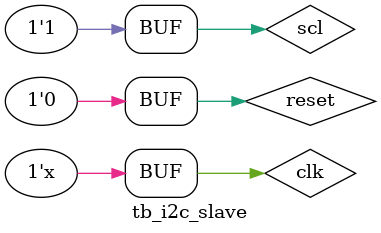
<source format=v>
module tb_i2c_slave();

reg clk;
reg reset;
wire sda;
reg scl;
wire [7:0] data_out;

// Instance of I2C Slave
i2c_slave UUT (
    .clk(clk),
    .reset(reset),
    .sda(sda),
    .scl(scl),
    .data_out(data_out)
);

// Clock Generation
always #5 clk = ~clk;

// SDA Line Control (pull-up)
assign sda = (UUT.sda_dir) ? UUT.sda_out : 1'bz;

initial begin
    // Initialize Inputs
    clk = 0;
    reset = 1;
    scl = 1;
    // Wait 100 ns for global reset to finish
    #100;
    reset = 0;
    // Add stimulus here
    // Simulate a start condition, address and read/write bits, etc.
end

endmodule

</source>
